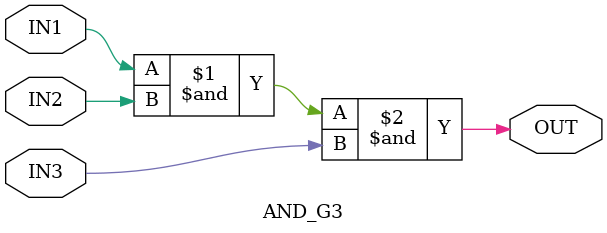
<source format=v>
module OR_G2(IN1,IN2,OUT);
input IN1,IN2;
output OUT;
assign OUT=IN1|IN2;
endmodule

module NOR_G3(IN1,IN2,IN3,OUT);
input IN1,IN2,IN3;
output OUT;
assign OUT=~(IN1|IN2|IN3);
endmodule

module AND_G3(IN1,IN2,IN3,OUT);
input IN1,IN2,IN3;
output OUT;
assign OUT=IN1&IN2&IN3;
endmodule
</source>
